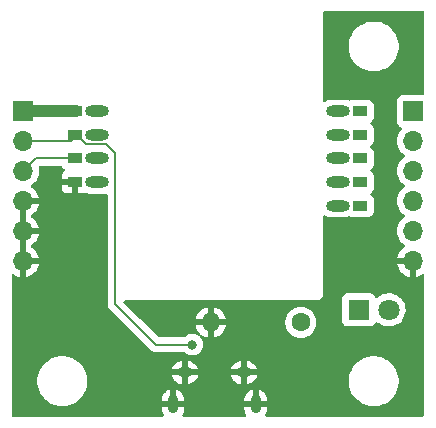
<source format=gbr>
%TF.GenerationSoftware,KiCad,Pcbnew,(6.0.2-0)*%
%TF.CreationDate,2022-05-31T21:56:41-04:00*%
%TF.ProjectId,hitclips_2040_programmer,68697463-6c69-4707-935f-323034305f70,rev?*%
%TF.SameCoordinates,Original*%
%TF.FileFunction,Copper,L2,Bot*%
%TF.FilePolarity,Positive*%
%FSLAX46Y46*%
G04 Gerber Fmt 4.6, Leading zero omitted, Abs format (unit mm)*
G04 Created by KiCad (PCBNEW (6.0.2-0)) date 2022-05-31 21:56:41*
%MOMM*%
%LPD*%
G01*
G04 APERTURE LIST*
%TA.AperFunction,ComponentPad*%
%ADD10O,2.000000X0.950000*%
%TD*%
%TA.AperFunction,ComponentPad*%
%ADD11R,1.300000X0.900000*%
%TD*%
%TA.AperFunction,ComponentPad*%
%ADD12R,1.700000X1.700000*%
%TD*%
%TA.AperFunction,ComponentPad*%
%ADD13O,1.700000X1.700000*%
%TD*%
%TA.AperFunction,ComponentPad*%
%ADD14C,1.600000*%
%TD*%
%TA.AperFunction,ComponentPad*%
%ADD15O,1.600000X1.600000*%
%TD*%
%TA.AperFunction,ComponentPad*%
%ADD16C,1.800000*%
%TD*%
%TA.AperFunction,ComponentPad*%
%ADD17R,1.800000X1.800000*%
%TD*%
%TA.AperFunction,ComponentPad*%
%ADD18O,1.250000X0.950000*%
%TD*%
%TA.AperFunction,ComponentPad*%
%ADD19O,0.890000X1.550000*%
%TD*%
%TA.AperFunction,ViaPad*%
%ADD20C,0.800000*%
%TD*%
%TA.AperFunction,Conductor*%
%ADD21C,1.000000*%
%TD*%
%TA.AperFunction,Conductor*%
%ADD22C,0.200000*%
%TD*%
G04 APERTURE END LIST*
D10*
%TO.P,J3,*%
%TO.N,*%
X166699600Y-70002400D03*
X166699600Y-74002400D03*
X166699600Y-72002400D03*
X166699600Y-76002400D03*
X166699600Y-78002400D03*
D11*
%TO.P,J3,1,Pin_1*%
%TO.N,BOOTSEL*%
X168549600Y-70002400D03*
%TO.P,J3,2,Pin_2*%
%TO.N,PLY_TGL*%
X168549600Y-72002400D03*
%TO.P,J3,3,Pin_3*%
%TO.N,AUD+*%
X168549600Y-74002400D03*
%TO.P,J3,4,Pin_4*%
%TO.N,AUD-*%
X168549600Y-76002400D03*
%TO.P,J3,5,Pin_5*%
%TO.N,DBG*%
X168549600Y-78002400D03*
%TD*%
D10*
%TO.P,J1,*%
%TO.N,*%
X146292000Y-74002400D03*
X146292000Y-76002400D03*
X146292000Y-72002400D03*
X146292000Y-70002400D03*
D11*
%TO.P,J1,1,Pin_1*%
%TO.N,VBUS*%
X144442000Y-70002400D03*
%TO.P,J1,2,Pin_2*%
%TO.N,USB-*%
X144442000Y-72002400D03*
%TO.P,J1,3,Pin_3*%
%TO.N,USB+*%
X144442000Y-74002400D03*
%TO.P,J1,4,Pin_4*%
%TO.N,GND*%
X144442000Y-76002400D03*
%TD*%
D12*
%TO.P,J5,1,Pin_1*%
%TO.N,BOOTSEL*%
X173020000Y-70000000D03*
D13*
%TO.P,J5,2,Pin_2*%
%TO.N,PLY_TGL*%
X173020000Y-72540000D03*
%TO.P,J5,3,Pin_3*%
%TO.N,AUD+*%
X173020000Y-75080000D03*
%TO.P,J5,4,Pin_4*%
%TO.N,AUD-*%
X173020000Y-77620000D03*
%TO.P,J5,5,Pin_5*%
%TO.N,DBG*%
X173020000Y-80160000D03*
%TO.P,J5,6,Pin_6*%
%TO.N,GND*%
X173020000Y-82700000D03*
%TD*%
D14*
%TO.P,R1,1*%
%TO.N,Net-(D1-Pad1)*%
X163525200Y-87884000D03*
D15*
%TO.P,R1,2*%
%TO.N,GND*%
X155905200Y-87884000D03*
%TD*%
D12*
%TO.P,J4,1,Pin_1*%
%TO.N,VBUS*%
X140000000Y-70000000D03*
D13*
%TO.P,J4,2,Pin_2*%
%TO.N,USB-*%
X140000000Y-72540000D03*
%TO.P,J4,3,Pin_3*%
%TO.N,USB+*%
X140000000Y-75080000D03*
%TO.P,J4,4,Pin_4*%
%TO.N,GND*%
X140000000Y-77620000D03*
%TO.P,J4,5,Pin_5*%
X140000000Y-80160000D03*
%TO.P,J4,6,Pin_6*%
X140000000Y-82700000D03*
%TD*%
D16*
%TO.P,D1,2,A*%
%TO.N,DBG*%
X170987800Y-86817200D03*
D17*
%TO.P,D1,1,K*%
%TO.N,Net-(D1-Pad1)*%
X168447800Y-86817200D03*
%TD*%
D18*
%TO.P,J2,6,Shield*%
%TO.N,GND*%
X158710000Y-92122800D03*
D19*
X159710000Y-94822800D03*
D18*
X153710000Y-92122800D03*
D19*
X152710000Y-94822800D03*
%TD*%
D20*
%TO.N,USB-*%
X154330400Y-89763600D03*
%TD*%
D21*
%TO.N,VBUS*%
X140000000Y-70000000D02*
X144475680Y-70000000D01*
X144475680Y-70000000D02*
X144478080Y-70002400D01*
D22*
%TO.N,USB-*%
X145331784Y-72776920D02*
X147023416Y-72776920D01*
X144878080Y-72323216D02*
X145331784Y-72776920D01*
X147777200Y-73530704D02*
X147777200Y-86309200D01*
X151231600Y-89763600D02*
X154330400Y-89763600D01*
X147023416Y-72776920D02*
X147777200Y-73530704D01*
X140000000Y-72540000D02*
X144090000Y-72540000D01*
X144878080Y-72182544D02*
X144878080Y-72323216D01*
X147777200Y-86309200D02*
X151231600Y-89763600D01*
X144627600Y-71932064D02*
X144878080Y-72182544D01*
X144090000Y-72540000D02*
X144627600Y-72002400D01*
%TO.N,USB+*%
X141077600Y-74002400D02*
X144627600Y-74002400D01*
X140000000Y-75080000D02*
X141077600Y-74002400D01*
%TD*%
%TA.AperFunction,Conductor*%
%TO.N,GND*%
G36*
X173932121Y-61538802D02*
G01*
X173978614Y-61592458D01*
X173990000Y-61644800D01*
X173990000Y-68515500D01*
X173969998Y-68583621D01*
X173916342Y-68630114D01*
X173864000Y-68641500D01*
X172121866Y-68641500D01*
X172059684Y-68648255D01*
X171923295Y-68699385D01*
X171806739Y-68786739D01*
X171719385Y-68903295D01*
X171668255Y-69039684D01*
X171661500Y-69101866D01*
X171661500Y-70898134D01*
X171668255Y-70960316D01*
X171719385Y-71096705D01*
X171806739Y-71213261D01*
X171923295Y-71300615D01*
X171931704Y-71303767D01*
X171931705Y-71303768D01*
X172040451Y-71344535D01*
X172097216Y-71387176D01*
X172121916Y-71453738D01*
X172106709Y-71523087D01*
X172087316Y-71549568D01*
X171960629Y-71682138D01*
X171834743Y-71866680D01*
X171740688Y-72069305D01*
X171680989Y-72284570D01*
X171657251Y-72506695D01*
X171657548Y-72511848D01*
X171657548Y-72511851D01*
X171663771Y-72619779D01*
X171670110Y-72729715D01*
X171671247Y-72734761D01*
X171671248Y-72734767D01*
X171674849Y-72750744D01*
X171719222Y-72947639D01*
X171739864Y-72998474D01*
X171801295Y-73149761D01*
X171803266Y-73154616D01*
X171919987Y-73345088D01*
X172066250Y-73513938D01*
X172147235Y-73581173D01*
X172232970Y-73652351D01*
X172238126Y-73656632D01*
X172249171Y-73663086D01*
X172311445Y-73699476D01*
X172360169Y-73751114D01*
X172373240Y-73820897D01*
X172346509Y-73886669D01*
X172306055Y-73920027D01*
X172300425Y-73922958D01*
X172293607Y-73926507D01*
X172289474Y-73929610D01*
X172289471Y-73929612D01*
X172119100Y-74057530D01*
X172114965Y-74060635D01*
X171960629Y-74222138D01*
X171834743Y-74406680D01*
X171740688Y-74609305D01*
X171680989Y-74824570D01*
X171657251Y-75046695D01*
X171657548Y-75051848D01*
X171657548Y-75051851D01*
X171663202Y-75149908D01*
X171670110Y-75269715D01*
X171671247Y-75274761D01*
X171671248Y-75274767D01*
X171680113Y-75314103D01*
X171719222Y-75487639D01*
X171803266Y-75694616D01*
X171919987Y-75885088D01*
X172066250Y-76053938D01*
X172142846Y-76117529D01*
X172232970Y-76192351D01*
X172238126Y-76196632D01*
X172249171Y-76203086D01*
X172311445Y-76239476D01*
X172360169Y-76291114D01*
X172373240Y-76360897D01*
X172346509Y-76426669D01*
X172306055Y-76460027D01*
X172300425Y-76462958D01*
X172293607Y-76466507D01*
X172289474Y-76469610D01*
X172289471Y-76469612D01*
X172119100Y-76597530D01*
X172114965Y-76600635D01*
X171960629Y-76762138D01*
X171834743Y-76946680D01*
X171740688Y-77149305D01*
X171680989Y-77364570D01*
X171657251Y-77586695D01*
X171670110Y-77809715D01*
X171671247Y-77814761D01*
X171671248Y-77814767D01*
X171684597Y-77874000D01*
X171719222Y-78027639D01*
X171803266Y-78234616D01*
X171919987Y-78425088D01*
X172066250Y-78593938D01*
X172201580Y-78706291D01*
X172232970Y-78732351D01*
X172238126Y-78736632D01*
X172262276Y-78750744D01*
X172311445Y-78779476D01*
X172360169Y-78831114D01*
X172373240Y-78900897D01*
X172346509Y-78966669D01*
X172306055Y-79000027D01*
X172300425Y-79002958D01*
X172293607Y-79006507D01*
X172289474Y-79009610D01*
X172289471Y-79009612D01*
X172119100Y-79137530D01*
X172114965Y-79140635D01*
X171960629Y-79302138D01*
X171834743Y-79486680D01*
X171740688Y-79689305D01*
X171680989Y-79904570D01*
X171657251Y-80126695D01*
X171670110Y-80349715D01*
X171671247Y-80354761D01*
X171671248Y-80354767D01*
X171684597Y-80414000D01*
X171719222Y-80567639D01*
X171803266Y-80774616D01*
X171919987Y-80965088D01*
X172066250Y-81133938D01*
X172142376Y-81197139D01*
X172232970Y-81272351D01*
X172238126Y-81276632D01*
X172311488Y-81319501D01*
X172311955Y-81319774D01*
X172360679Y-81371412D01*
X172373750Y-81441195D01*
X172347019Y-81506967D01*
X172306562Y-81540327D01*
X172298457Y-81544546D01*
X172289738Y-81550036D01*
X172119433Y-81677905D01*
X172111726Y-81684748D01*
X171964590Y-81838717D01*
X171958104Y-81846727D01*
X171838098Y-82022649D01*
X171833000Y-82031623D01*
X171743338Y-82224783D01*
X171739775Y-82234470D01*
X171684389Y-82434183D01*
X171685912Y-82442607D01*
X171698292Y-82446000D01*
X173148000Y-82446000D01*
X173216121Y-82466002D01*
X173262614Y-82519658D01*
X173274000Y-82572000D01*
X173274000Y-84018517D01*
X173278064Y-84032359D01*
X173291478Y-84034393D01*
X173298184Y-84033534D01*
X173308262Y-84031392D01*
X173512255Y-83970191D01*
X173521842Y-83966433D01*
X173713095Y-83872739D01*
X173721945Y-83867464D01*
X173790832Y-83818327D01*
X173857905Y-83795054D01*
X173926914Y-83811737D01*
X173975948Y-83863081D01*
X173990000Y-83920906D01*
X173990000Y-95733600D01*
X173969998Y-95801721D01*
X173916342Y-95848214D01*
X173864000Y-95859600D01*
X160620549Y-95859600D01*
X160552428Y-95839598D01*
X160505935Y-95785942D01*
X160495831Y-95715668D01*
X160517336Y-95661330D01*
X160542520Y-95625363D01*
X160548720Y-95614269D01*
X160620540Y-95448305D01*
X160624382Y-95436193D01*
X160661677Y-95257666D01*
X160662915Y-95248134D01*
X160663000Y-95244911D01*
X160663000Y-95094915D01*
X160658525Y-95079676D01*
X160657135Y-95078471D01*
X160649452Y-95076800D01*
X158775115Y-95076800D01*
X158759876Y-95081275D01*
X158758671Y-95082665D01*
X158757000Y-95090348D01*
X158757000Y-95197992D01*
X158757323Y-95204367D01*
X158771005Y-95339067D01*
X158773559Y-95351507D01*
X158827635Y-95524064D01*
X158832644Y-95535752D01*
X158908453Y-95672514D01*
X158923985Y-95741791D01*
X158899597Y-95808467D01*
X158843032Y-95851374D01*
X158798251Y-95859600D01*
X153620549Y-95859600D01*
X153552428Y-95839598D01*
X153505935Y-95785942D01*
X153495831Y-95715668D01*
X153517336Y-95661330D01*
X153542520Y-95625363D01*
X153548720Y-95614269D01*
X153620540Y-95448305D01*
X153624382Y-95436193D01*
X153661677Y-95257666D01*
X153662915Y-95248134D01*
X153663000Y-95244911D01*
X153663000Y-95094915D01*
X153658525Y-95079676D01*
X153657135Y-95078471D01*
X153649452Y-95076800D01*
X151775115Y-95076800D01*
X151759876Y-95081275D01*
X151758671Y-95082665D01*
X151757000Y-95090348D01*
X151757000Y-95197992D01*
X151757323Y-95204367D01*
X151771005Y-95339067D01*
X151773559Y-95351507D01*
X151827635Y-95524064D01*
X151832644Y-95535752D01*
X151908453Y-95672514D01*
X151923985Y-95741791D01*
X151899597Y-95808467D01*
X151843032Y-95851374D01*
X151798251Y-95859600D01*
X139165600Y-95859600D01*
X139097479Y-95839598D01*
X139050986Y-95785942D01*
X139039600Y-95733600D01*
X139039600Y-92995103D01*
X141222943Y-92995103D01*
X141223502Y-92999347D01*
X141223502Y-92999351D01*
X141234408Y-93082190D01*
X141260468Y-93280134D01*
X141336329Y-93557436D01*
X141338013Y-93561384D01*
X141437740Y-93795188D01*
X141449123Y-93821876D01*
X141523673Y-93946440D01*
X141526815Y-93951689D01*
X141596761Y-94068561D01*
X141776513Y-94292928D01*
X141985051Y-94490823D01*
X142218517Y-94658586D01*
X142222312Y-94660595D01*
X142222313Y-94660596D01*
X142244069Y-94672115D01*
X142472592Y-94793112D01*
X142742573Y-94891911D01*
X143023464Y-94953155D01*
X143052041Y-94955404D01*
X143246482Y-94970707D01*
X143246491Y-94970707D01*
X143248939Y-94970900D01*
X143404471Y-94970900D01*
X143406607Y-94970754D01*
X143406618Y-94970754D01*
X143614748Y-94956565D01*
X143614754Y-94956564D01*
X143619025Y-94956273D01*
X143623220Y-94955404D01*
X143623222Y-94955404D01*
X143759783Y-94927124D01*
X143900542Y-94897974D01*
X144171543Y-94802007D01*
X144427012Y-94670150D01*
X144430513Y-94667689D01*
X144430517Y-94667687D01*
X144544617Y-94587496D01*
X144596994Y-94550685D01*
X151757000Y-94550685D01*
X151761475Y-94565924D01*
X151762865Y-94567129D01*
X151770548Y-94568800D01*
X152437885Y-94568800D01*
X152453124Y-94564325D01*
X152454329Y-94562935D01*
X152456000Y-94555252D01*
X152456000Y-94550685D01*
X152964000Y-94550685D01*
X152968475Y-94565924D01*
X152969865Y-94567129D01*
X152977548Y-94568800D01*
X153644885Y-94568800D01*
X153660124Y-94564325D01*
X153661329Y-94562935D01*
X153663000Y-94555252D01*
X153663000Y-94550685D01*
X158757000Y-94550685D01*
X158761475Y-94565924D01*
X158762865Y-94567129D01*
X158770548Y-94568800D01*
X159437885Y-94568800D01*
X159453124Y-94564325D01*
X159454329Y-94562935D01*
X159456000Y-94555252D01*
X159456000Y-94550685D01*
X159964000Y-94550685D01*
X159968475Y-94565924D01*
X159969865Y-94567129D01*
X159977548Y-94568800D01*
X160644885Y-94568800D01*
X160660124Y-94564325D01*
X160661329Y-94562935D01*
X160663000Y-94555252D01*
X160663000Y-94447608D01*
X160662677Y-94441233D01*
X160648995Y-94306533D01*
X160646441Y-94294093D01*
X160592365Y-94121536D01*
X160587356Y-94109848D01*
X160499686Y-93951689D01*
X160492435Y-93941256D01*
X160374756Y-93803957D01*
X160365547Y-93795188D01*
X160222667Y-93684358D01*
X160211887Y-93677622D01*
X160049626Y-93597781D01*
X160037727Y-93593355D01*
X159981531Y-93578718D01*
X159967436Y-93579152D01*
X159964000Y-93587333D01*
X159964000Y-94550685D01*
X159456000Y-94550685D01*
X159456000Y-93588899D01*
X159452027Y-93575368D01*
X159445925Y-93574491D01*
X159296064Y-93629630D01*
X159284658Y-93635192D01*
X159130956Y-93730491D01*
X159120895Y-93738240D01*
X158989504Y-93862490D01*
X158981201Y-93872110D01*
X158877477Y-94020243D01*
X158871280Y-94031331D01*
X158799460Y-94197295D01*
X158795618Y-94209407D01*
X158758323Y-94387934D01*
X158757085Y-94397466D01*
X158757000Y-94400689D01*
X158757000Y-94550685D01*
X153663000Y-94550685D01*
X153663000Y-94447608D01*
X153662677Y-94441233D01*
X153648995Y-94306533D01*
X153646441Y-94294093D01*
X153592365Y-94121536D01*
X153587356Y-94109848D01*
X153499686Y-93951689D01*
X153492435Y-93941256D01*
X153374756Y-93803957D01*
X153365547Y-93795188D01*
X153222667Y-93684358D01*
X153211887Y-93677622D01*
X153049626Y-93597781D01*
X153037727Y-93593355D01*
X152981531Y-93578718D01*
X152967436Y-93579152D01*
X152964000Y-93587333D01*
X152964000Y-94550685D01*
X152456000Y-94550685D01*
X152456000Y-93588899D01*
X152452027Y-93575368D01*
X152445925Y-93574491D01*
X152296064Y-93629630D01*
X152284658Y-93635192D01*
X152130956Y-93730491D01*
X152120895Y-93738240D01*
X151989504Y-93862490D01*
X151981201Y-93872110D01*
X151877477Y-94020243D01*
X151871280Y-94031331D01*
X151799460Y-94197295D01*
X151795618Y-94209407D01*
X151758323Y-94387934D01*
X151757085Y-94397466D01*
X151757000Y-94400689D01*
X151757000Y-94550685D01*
X144596994Y-94550685D01*
X144662223Y-94504841D01*
X144872822Y-94309140D01*
X145054913Y-94086668D01*
X145205127Y-93841542D01*
X145316030Y-93588899D01*
X145318957Y-93582230D01*
X145320683Y-93578298D01*
X145399444Y-93301806D01*
X145439951Y-93017184D01*
X145440045Y-92999351D01*
X145441435Y-92733983D01*
X145441435Y-92733976D01*
X145441457Y-92729697D01*
X145403932Y-92444666D01*
X145388122Y-92386875D01*
X152609725Y-92386875D01*
X152669723Y-92549945D01*
X152675297Y-92561373D01*
X152773799Y-92720240D01*
X152781549Y-92730304D01*
X152909986Y-92866122D01*
X152919606Y-92874425D01*
X153072731Y-92981645D01*
X153083820Y-92987842D01*
X153255382Y-93062084D01*
X153267485Y-93065923D01*
X153438264Y-93101601D01*
X153452325Y-93100478D01*
X153456000Y-93090371D01*
X153456000Y-93082190D01*
X153964000Y-93082190D01*
X153968216Y-93096550D01*
X153980695Y-93098609D01*
X154052331Y-93091333D01*
X154064770Y-93088779D01*
X154243143Y-93032880D01*
X154254831Y-93027871D01*
X154418320Y-92937247D01*
X154428753Y-92929996D01*
X154570688Y-92808344D01*
X154579441Y-92799153D01*
X154694021Y-92651436D01*
X154700745Y-92640676D01*
X154783281Y-92472940D01*
X154787709Y-92461033D01*
X154805083Y-92394331D01*
X154804853Y-92386875D01*
X157609725Y-92386875D01*
X157669723Y-92549945D01*
X157675297Y-92561373D01*
X157773799Y-92720240D01*
X157781549Y-92730304D01*
X157909986Y-92866122D01*
X157919606Y-92874425D01*
X158072731Y-92981645D01*
X158083820Y-92987842D01*
X158255382Y-93062084D01*
X158267485Y-93065923D01*
X158438264Y-93101601D01*
X158452325Y-93100478D01*
X158456000Y-93090371D01*
X158456000Y-93082190D01*
X158964000Y-93082190D01*
X158968216Y-93096550D01*
X158980695Y-93098609D01*
X159052331Y-93091333D01*
X159064770Y-93088779D01*
X159243143Y-93032880D01*
X159254831Y-93027871D01*
X159313946Y-92995103D01*
X167588143Y-92995103D01*
X167588702Y-92999347D01*
X167588702Y-92999351D01*
X167599608Y-93082190D01*
X167625668Y-93280134D01*
X167701529Y-93557436D01*
X167703213Y-93561384D01*
X167802940Y-93795188D01*
X167814323Y-93821876D01*
X167888873Y-93946440D01*
X167892015Y-93951689D01*
X167961961Y-94068561D01*
X168141713Y-94292928D01*
X168350251Y-94490823D01*
X168583717Y-94658586D01*
X168587512Y-94660595D01*
X168587513Y-94660596D01*
X168609269Y-94672115D01*
X168837792Y-94793112D01*
X169107773Y-94891911D01*
X169388664Y-94953155D01*
X169417241Y-94955404D01*
X169611682Y-94970707D01*
X169611691Y-94970707D01*
X169614139Y-94970900D01*
X169769671Y-94970900D01*
X169771807Y-94970754D01*
X169771818Y-94970754D01*
X169979948Y-94956565D01*
X169979954Y-94956564D01*
X169984225Y-94956273D01*
X169988420Y-94955404D01*
X169988422Y-94955404D01*
X170124983Y-94927124D01*
X170265742Y-94897974D01*
X170536743Y-94802007D01*
X170792212Y-94670150D01*
X170795713Y-94667689D01*
X170795717Y-94667687D01*
X170909817Y-94587496D01*
X171027423Y-94504841D01*
X171238022Y-94309140D01*
X171420113Y-94086668D01*
X171570327Y-93841542D01*
X171681230Y-93588899D01*
X171684157Y-93582230D01*
X171685883Y-93578298D01*
X171764644Y-93301806D01*
X171805151Y-93017184D01*
X171805245Y-92999351D01*
X171806635Y-92733983D01*
X171806635Y-92733976D01*
X171806657Y-92729697D01*
X171769132Y-92444666D01*
X171693271Y-92167364D01*
X171580477Y-91902924D01*
X171456429Y-91695655D01*
X171435043Y-91659921D01*
X171435040Y-91659917D01*
X171432839Y-91656239D01*
X171253087Y-91431872D01*
X171044549Y-91233977D01*
X170811083Y-91066214D01*
X170789243Y-91054650D01*
X170766054Y-91042372D01*
X170557008Y-90931688D01*
X170287027Y-90832889D01*
X170006136Y-90771645D01*
X169975085Y-90769201D01*
X169783118Y-90754093D01*
X169783109Y-90754093D01*
X169780661Y-90753900D01*
X169625129Y-90753900D01*
X169622993Y-90754046D01*
X169622982Y-90754046D01*
X169414852Y-90768235D01*
X169414846Y-90768236D01*
X169410575Y-90768527D01*
X169406380Y-90769396D01*
X169406378Y-90769396D01*
X169269816Y-90797677D01*
X169129058Y-90826826D01*
X168858057Y-90922793D01*
X168602588Y-91054650D01*
X168599087Y-91057111D01*
X168599083Y-91057113D01*
X168588994Y-91064204D01*
X168367377Y-91219959D01*
X168156778Y-91415660D01*
X167974687Y-91638132D01*
X167972448Y-91641786D01*
X167835439Y-91865364D01*
X167824473Y-91883258D01*
X167708917Y-92146502D01*
X167630156Y-92422994D01*
X167589649Y-92707616D01*
X167589627Y-92711905D01*
X167589626Y-92711912D01*
X167588775Y-92874425D01*
X167588143Y-92995103D01*
X159313946Y-92995103D01*
X159418320Y-92937247D01*
X159428753Y-92929996D01*
X159570688Y-92808344D01*
X159579441Y-92799153D01*
X159694021Y-92651436D01*
X159700745Y-92640676D01*
X159783281Y-92472940D01*
X159787709Y-92461033D01*
X159805083Y-92394331D01*
X159804649Y-92380236D01*
X159796468Y-92376800D01*
X158982115Y-92376800D01*
X158966876Y-92381275D01*
X158965671Y-92382665D01*
X158964000Y-92390348D01*
X158964000Y-93082190D01*
X158456000Y-93082190D01*
X158456000Y-92394915D01*
X158451525Y-92379676D01*
X158450135Y-92378471D01*
X158442452Y-92376800D01*
X157624133Y-92376800D01*
X157610602Y-92380773D01*
X157609725Y-92386875D01*
X154804853Y-92386875D01*
X154804649Y-92380236D01*
X154796468Y-92376800D01*
X153982115Y-92376800D01*
X153966876Y-92381275D01*
X153965671Y-92382665D01*
X153964000Y-92390348D01*
X153964000Y-93082190D01*
X153456000Y-93082190D01*
X153456000Y-92394915D01*
X153451525Y-92379676D01*
X153450135Y-92378471D01*
X153442452Y-92376800D01*
X152624133Y-92376800D01*
X152610602Y-92380773D01*
X152609725Y-92386875D01*
X145388122Y-92386875D01*
X145328071Y-92167364D01*
X145215277Y-91902924D01*
X145184362Y-91851269D01*
X152614917Y-91851269D01*
X152615351Y-91865364D01*
X152623532Y-91868800D01*
X153437885Y-91868800D01*
X153453124Y-91864325D01*
X153454329Y-91862935D01*
X153456000Y-91855252D01*
X153456000Y-91850685D01*
X153964000Y-91850685D01*
X153968475Y-91865924D01*
X153969865Y-91867129D01*
X153977548Y-91868800D01*
X154795867Y-91868800D01*
X154809398Y-91864827D01*
X154810275Y-91858725D01*
X154807532Y-91851269D01*
X157614917Y-91851269D01*
X157615351Y-91865364D01*
X157623532Y-91868800D01*
X158437885Y-91868800D01*
X158453124Y-91864325D01*
X158454329Y-91862935D01*
X158456000Y-91855252D01*
X158456000Y-91850685D01*
X158964000Y-91850685D01*
X158968475Y-91865924D01*
X158969865Y-91867129D01*
X158977548Y-91868800D01*
X159795867Y-91868800D01*
X159809398Y-91864827D01*
X159810275Y-91858725D01*
X159750277Y-91695655D01*
X159744703Y-91684227D01*
X159646201Y-91525360D01*
X159638451Y-91515296D01*
X159510014Y-91379478D01*
X159500394Y-91371175D01*
X159347269Y-91263955D01*
X159336180Y-91257758D01*
X159164618Y-91183516D01*
X159152515Y-91179677D01*
X158981736Y-91143999D01*
X158967675Y-91145122D01*
X158964000Y-91155229D01*
X158964000Y-91850685D01*
X158456000Y-91850685D01*
X158456000Y-91163410D01*
X158451784Y-91149050D01*
X158439305Y-91146991D01*
X158367669Y-91154267D01*
X158355230Y-91156821D01*
X158176857Y-91212720D01*
X158165169Y-91217729D01*
X158001680Y-91308353D01*
X157991247Y-91315604D01*
X157849312Y-91437256D01*
X157840559Y-91446447D01*
X157725979Y-91594164D01*
X157719255Y-91604924D01*
X157636719Y-91772660D01*
X157632291Y-91784567D01*
X157614917Y-91851269D01*
X154807532Y-91851269D01*
X154750277Y-91695655D01*
X154744703Y-91684227D01*
X154646201Y-91525360D01*
X154638451Y-91515296D01*
X154510014Y-91379478D01*
X154500394Y-91371175D01*
X154347269Y-91263955D01*
X154336180Y-91257758D01*
X154164618Y-91183516D01*
X154152515Y-91179677D01*
X153981736Y-91143999D01*
X153967675Y-91145122D01*
X153964000Y-91155229D01*
X153964000Y-91850685D01*
X153456000Y-91850685D01*
X153456000Y-91163410D01*
X153451784Y-91149050D01*
X153439305Y-91146991D01*
X153367669Y-91154267D01*
X153355230Y-91156821D01*
X153176857Y-91212720D01*
X153165169Y-91217729D01*
X153001680Y-91308353D01*
X152991247Y-91315604D01*
X152849312Y-91437256D01*
X152840559Y-91446447D01*
X152725979Y-91594164D01*
X152719255Y-91604924D01*
X152636719Y-91772660D01*
X152632291Y-91784567D01*
X152614917Y-91851269D01*
X145184362Y-91851269D01*
X145091229Y-91695655D01*
X145069843Y-91659921D01*
X145069840Y-91659917D01*
X145067639Y-91656239D01*
X144887887Y-91431872D01*
X144679349Y-91233977D01*
X144445883Y-91066214D01*
X144424043Y-91054650D01*
X144400854Y-91042372D01*
X144191808Y-90931688D01*
X143921827Y-90832889D01*
X143640936Y-90771645D01*
X143609885Y-90769201D01*
X143417918Y-90754093D01*
X143417909Y-90754093D01*
X143415461Y-90753900D01*
X143259929Y-90753900D01*
X143257793Y-90754046D01*
X143257782Y-90754046D01*
X143049652Y-90768235D01*
X143049646Y-90768236D01*
X143045375Y-90768527D01*
X143041180Y-90769396D01*
X143041178Y-90769396D01*
X142904616Y-90797677D01*
X142763858Y-90826826D01*
X142492857Y-90922793D01*
X142237388Y-91054650D01*
X142233887Y-91057111D01*
X142233883Y-91057113D01*
X142223794Y-91064204D01*
X142002177Y-91219959D01*
X141791578Y-91415660D01*
X141609487Y-91638132D01*
X141607248Y-91641786D01*
X141470239Y-91865364D01*
X141459273Y-91883258D01*
X141343717Y-92146502D01*
X141264956Y-92422994D01*
X141224449Y-92707616D01*
X141224427Y-92711905D01*
X141224426Y-92711912D01*
X141223575Y-92874425D01*
X141222943Y-92995103D01*
X139039600Y-92995103D01*
X139039600Y-83931294D01*
X139059602Y-83863173D01*
X139113258Y-83816680D01*
X139183532Y-83806576D01*
X139229171Y-83822506D01*
X139406761Y-83926282D01*
X139416042Y-83930729D01*
X139615001Y-84006703D01*
X139624899Y-84009579D01*
X139728250Y-84030606D01*
X139742299Y-84029410D01*
X139746000Y-84019065D01*
X139746000Y-84018517D01*
X140254000Y-84018517D01*
X140258064Y-84032359D01*
X140271478Y-84034393D01*
X140278184Y-84033534D01*
X140288262Y-84031392D01*
X140492255Y-83970191D01*
X140501842Y-83966433D01*
X140693095Y-83872739D01*
X140701945Y-83867464D01*
X140875328Y-83743792D01*
X140883200Y-83737139D01*
X141034052Y-83586812D01*
X141040730Y-83578965D01*
X141165003Y-83406020D01*
X141170313Y-83397183D01*
X141264670Y-83206267D01*
X141268469Y-83196672D01*
X141330377Y-82992910D01*
X141332555Y-82982837D01*
X141333986Y-82971962D01*
X141331775Y-82957778D01*
X141318617Y-82954000D01*
X140272115Y-82954000D01*
X140256876Y-82958475D01*
X140255671Y-82959865D01*
X140254000Y-82967548D01*
X140254000Y-84018517D01*
X139746000Y-84018517D01*
X139746000Y-82427885D01*
X140254000Y-82427885D01*
X140258475Y-82443124D01*
X140259865Y-82444329D01*
X140267548Y-82446000D01*
X141318344Y-82446000D01*
X141331875Y-82442027D01*
X141333180Y-82432947D01*
X141291214Y-82265875D01*
X141287894Y-82256124D01*
X141202972Y-82060814D01*
X141198105Y-82051739D01*
X141082426Y-81872926D01*
X141076136Y-81864757D01*
X140932806Y-81707240D01*
X140925273Y-81700215D01*
X140758139Y-81568222D01*
X140749552Y-81562517D01*
X140712116Y-81541851D01*
X140662146Y-81491419D01*
X140647374Y-81421976D01*
X140672490Y-81355571D01*
X140699842Y-81328964D01*
X140875327Y-81203792D01*
X140883200Y-81197139D01*
X141034052Y-81046812D01*
X141040730Y-81038965D01*
X141165003Y-80866020D01*
X141170313Y-80857183D01*
X141264670Y-80666267D01*
X141268469Y-80656672D01*
X141330377Y-80452910D01*
X141332555Y-80442837D01*
X141333986Y-80431962D01*
X141331775Y-80417778D01*
X141318617Y-80414000D01*
X140272115Y-80414000D01*
X140256876Y-80418475D01*
X140255671Y-80419865D01*
X140254000Y-80427548D01*
X140254000Y-82427885D01*
X139746000Y-82427885D01*
X139746000Y-79887885D01*
X140254000Y-79887885D01*
X140258475Y-79903124D01*
X140259865Y-79904329D01*
X140267548Y-79906000D01*
X141318344Y-79906000D01*
X141331875Y-79902027D01*
X141333180Y-79892947D01*
X141291214Y-79725875D01*
X141287894Y-79716124D01*
X141202972Y-79520814D01*
X141198105Y-79511739D01*
X141082426Y-79332926D01*
X141076136Y-79324757D01*
X140932806Y-79167240D01*
X140925273Y-79160215D01*
X140758139Y-79028222D01*
X140749552Y-79022517D01*
X140712116Y-79001851D01*
X140662146Y-78951419D01*
X140647374Y-78881976D01*
X140672490Y-78815571D01*
X140699842Y-78788964D01*
X140875327Y-78663792D01*
X140883200Y-78657139D01*
X141034052Y-78506812D01*
X141040730Y-78498965D01*
X141165003Y-78326020D01*
X141170313Y-78317183D01*
X141264670Y-78126267D01*
X141268469Y-78116672D01*
X141330377Y-77912910D01*
X141332555Y-77902837D01*
X141333986Y-77891962D01*
X141331775Y-77877778D01*
X141318617Y-77874000D01*
X140272115Y-77874000D01*
X140256876Y-77878475D01*
X140255671Y-77879865D01*
X140254000Y-77887548D01*
X140254000Y-79887885D01*
X139746000Y-79887885D01*
X139746000Y-77492000D01*
X139766002Y-77423879D01*
X139819658Y-77377386D01*
X139872000Y-77366000D01*
X141318344Y-77366000D01*
X141331875Y-77362027D01*
X141333180Y-77352947D01*
X141291214Y-77185875D01*
X141287894Y-77176124D01*
X141202972Y-76980814D01*
X141198105Y-76971739D01*
X141082426Y-76792926D01*
X141076136Y-76784757D01*
X140932806Y-76627240D01*
X140925273Y-76620215D01*
X140769341Y-76497069D01*
X143284001Y-76497069D01*
X143284371Y-76503890D01*
X143289895Y-76554752D01*
X143293521Y-76570004D01*
X143338676Y-76690454D01*
X143347214Y-76706049D01*
X143423715Y-76808124D01*
X143436276Y-76820685D01*
X143538351Y-76897186D01*
X143553946Y-76905724D01*
X143674394Y-76950878D01*
X143689649Y-76954505D01*
X143740514Y-76960031D01*
X143747328Y-76960400D01*
X144169885Y-76960400D01*
X144185124Y-76955925D01*
X144186329Y-76954535D01*
X144188000Y-76946852D01*
X144188000Y-76274515D01*
X144183525Y-76259276D01*
X144182135Y-76258071D01*
X144174452Y-76256400D01*
X143302116Y-76256400D01*
X143286877Y-76260875D01*
X143285672Y-76262265D01*
X143284001Y-76269948D01*
X143284001Y-76497069D01*
X140769341Y-76497069D01*
X140758139Y-76488222D01*
X140749556Y-76482520D01*
X140712602Y-76462120D01*
X140662631Y-76411687D01*
X140647859Y-76342245D01*
X140672975Y-76275839D01*
X140700327Y-76249232D01*
X140723797Y-76232491D01*
X140879860Y-76121173D01*
X141038096Y-75963489D01*
X141097594Y-75880689D01*
X141165435Y-75786277D01*
X141168453Y-75782077D01*
X141267430Y-75581811D01*
X141299900Y-75474940D01*
X141330865Y-75373023D01*
X141330865Y-75373021D01*
X141332370Y-75368069D01*
X141361529Y-75146590D01*
X141361611Y-75143240D01*
X141363074Y-75083365D01*
X141363074Y-75083361D01*
X141363156Y-75080000D01*
X141344852Y-74857361D01*
X141322304Y-74767595D01*
X141325108Y-74696655D01*
X141365820Y-74638491D01*
X141431516Y-74611572D01*
X141444508Y-74610900D01*
X143220991Y-74610900D01*
X143289112Y-74630902D01*
X143335605Y-74684558D01*
X143337903Y-74690094D01*
X143338232Y-74690696D01*
X143341385Y-74699105D01*
X143428739Y-74815661D01*
X143498416Y-74867881D01*
X143543790Y-74901887D01*
X143586304Y-74958747D01*
X143591329Y-75029565D01*
X143557270Y-75091858D01*
X143543789Y-75103539D01*
X143436276Y-75184115D01*
X143423715Y-75196676D01*
X143347214Y-75298751D01*
X143338676Y-75314346D01*
X143293522Y-75434794D01*
X143289895Y-75450049D01*
X143284369Y-75500914D01*
X143284000Y-75507728D01*
X143284000Y-75730285D01*
X143288475Y-75745524D01*
X143289865Y-75746729D01*
X143297548Y-75748400D01*
X144570000Y-75748400D01*
X144638121Y-75768402D01*
X144684614Y-75822058D01*
X144696000Y-75874400D01*
X144696000Y-76942284D01*
X144700475Y-76957523D01*
X144701865Y-76958728D01*
X144709548Y-76960399D01*
X145136669Y-76960399D01*
X145143490Y-76960029D01*
X145194352Y-76954505D01*
X145209603Y-76950879D01*
X145308148Y-76913936D01*
X145378955Y-76908753D01*
X145402418Y-76916281D01*
X145468086Y-76944698D01*
X145663666Y-76985556D01*
X145668522Y-76985811D01*
X145668561Y-76985813D01*
X145668577Y-76985813D01*
X145670229Y-76985900D01*
X146866934Y-76985900D01*
X147015780Y-76970781D01*
X147018593Y-76969899D01*
X147088117Y-76975694D01*
X147144449Y-77018906D01*
X147168476Y-77085713D01*
X147168700Y-77093224D01*
X147168700Y-86261064D01*
X147167622Y-86277507D01*
X147163450Y-86309200D01*
X147168700Y-86349080D01*
X147168700Y-86349085D01*
X147173121Y-86382665D01*
X147184362Y-86468051D01*
X147245676Y-86616076D01*
X147250703Y-86622627D01*
X147250704Y-86622629D01*
X147318720Y-86711269D01*
X147318726Y-86711275D01*
X147343213Y-86743187D01*
X147349768Y-86748217D01*
X147368579Y-86762652D01*
X147380970Y-86773519D01*
X150767285Y-90159834D01*
X150778152Y-90172225D01*
X150797613Y-90197587D01*
X150804163Y-90202613D01*
X150829525Y-90222074D01*
X150829528Y-90222077D01*
X150898918Y-90275322D01*
X150918170Y-90290095D01*
X150918174Y-90290097D01*
X150924725Y-90295124D01*
X151072750Y-90356438D01*
X151191715Y-90372100D01*
X151191720Y-90372100D01*
X151191729Y-90372101D01*
X151223412Y-90376272D01*
X151231600Y-90377350D01*
X151263293Y-90373178D01*
X151279736Y-90372100D01*
X153599690Y-90372100D01*
X153667811Y-90392102D01*
X153693326Y-90413789D01*
X153719147Y-90442466D01*
X153873648Y-90554718D01*
X153879676Y-90557402D01*
X153879678Y-90557403D01*
X154042081Y-90629709D01*
X154048112Y-90632394D01*
X154141513Y-90652247D01*
X154228456Y-90670728D01*
X154228461Y-90670728D01*
X154234913Y-90672100D01*
X154425887Y-90672100D01*
X154432339Y-90670728D01*
X154432344Y-90670728D01*
X154519288Y-90652247D01*
X154612688Y-90632394D01*
X154618719Y-90629709D01*
X154781122Y-90557403D01*
X154781124Y-90557402D01*
X154787152Y-90554718D01*
X154941653Y-90442466D01*
X155069440Y-90300544D01*
X155164927Y-90135156D01*
X155223942Y-89953528D01*
X155243904Y-89763600D01*
X155223942Y-89573672D01*
X155164927Y-89392044D01*
X155069440Y-89226656D01*
X155002686Y-89152518D01*
X154971968Y-89088511D01*
X154980733Y-89018057D01*
X155026196Y-88963526D01*
X155093923Y-88942231D01*
X155162412Y-88960932D01*
X155168593Y-88964995D01*
X155244193Y-89017931D01*
X155253689Y-89023414D01*
X155451147Y-89115490D01*
X155461439Y-89119236D01*
X155633703Y-89165394D01*
X155647799Y-89165058D01*
X155651200Y-89157116D01*
X155651200Y-89151967D01*
X156159200Y-89151967D01*
X156163173Y-89165498D01*
X156171722Y-89166727D01*
X156348961Y-89119236D01*
X156359253Y-89115490D01*
X156556711Y-89023414D01*
X156566207Y-89017931D01*
X156744667Y-88892972D01*
X156753075Y-88885916D01*
X156907116Y-88731875D01*
X156914172Y-88723467D01*
X157039131Y-88545007D01*
X157044614Y-88535511D01*
X157136690Y-88338053D01*
X157140436Y-88327761D01*
X157186594Y-88155497D01*
X157186258Y-88141401D01*
X157178316Y-88138000D01*
X156177315Y-88138000D01*
X156162076Y-88142475D01*
X156160871Y-88143865D01*
X156159200Y-88151548D01*
X156159200Y-89151967D01*
X155651200Y-89151967D01*
X155651200Y-88156115D01*
X155646725Y-88140876D01*
X155645335Y-88139671D01*
X155637652Y-88138000D01*
X154637233Y-88138000D01*
X154623702Y-88141973D01*
X154622473Y-88150522D01*
X154669964Y-88327761D01*
X154673710Y-88338053D01*
X154765786Y-88535511D01*
X154771269Y-88545007D01*
X154896228Y-88723467D01*
X154903284Y-88731875D01*
X154959640Y-88788231D01*
X154993666Y-88850543D01*
X154988601Y-88921358D01*
X154946054Y-88978194D01*
X154879534Y-89003005D01*
X154810160Y-88987914D01*
X154796485Y-88979263D01*
X154795014Y-88978194D01*
X154787152Y-88972482D01*
X154781124Y-88969798D01*
X154781122Y-88969797D01*
X154618719Y-88897491D01*
X154618718Y-88897491D01*
X154612688Y-88894806D01*
X154519287Y-88874953D01*
X154432344Y-88856472D01*
X154432339Y-88856472D01*
X154425887Y-88855100D01*
X154234913Y-88855100D01*
X154228461Y-88856472D01*
X154228456Y-88856472D01*
X154141513Y-88874953D01*
X154048112Y-88894806D01*
X154042082Y-88897491D01*
X154042081Y-88897491D01*
X153879678Y-88969797D01*
X153879676Y-88969798D01*
X153873648Y-88972482D01*
X153868307Y-88976362D01*
X153868306Y-88976363D01*
X153810494Y-89018366D01*
X153719147Y-89084734D01*
X153714734Y-89089636D01*
X153714732Y-89089637D01*
X153693326Y-89113411D01*
X153632880Y-89150650D01*
X153599690Y-89155100D01*
X151535839Y-89155100D01*
X151467718Y-89135098D01*
X151446744Y-89118195D01*
X150212549Y-87884000D01*
X162211702Y-87884000D01*
X162231657Y-88112087D01*
X162233081Y-88117400D01*
X162233081Y-88117402D01*
X162262953Y-88228883D01*
X162290916Y-88333243D01*
X162293239Y-88338224D01*
X162293239Y-88338225D01*
X162385351Y-88535762D01*
X162385354Y-88535767D01*
X162387677Y-88540749D01*
X162519002Y-88728300D01*
X162680900Y-88890198D01*
X162685408Y-88893355D01*
X162685411Y-88893357D01*
X162691315Y-88897491D01*
X162868451Y-89021523D01*
X162873433Y-89023846D01*
X162873438Y-89023849D01*
X163069965Y-89115490D01*
X163075957Y-89118284D01*
X163081265Y-89119706D01*
X163081267Y-89119707D01*
X163291798Y-89176119D01*
X163291800Y-89176119D01*
X163297113Y-89177543D01*
X163525200Y-89197498D01*
X163753287Y-89177543D01*
X163758600Y-89176119D01*
X163758602Y-89176119D01*
X163969133Y-89119707D01*
X163969135Y-89119706D01*
X163974443Y-89118284D01*
X163980435Y-89115490D01*
X164176962Y-89023849D01*
X164176967Y-89023846D01*
X164181949Y-89021523D01*
X164359085Y-88897491D01*
X164364989Y-88893357D01*
X164364992Y-88893355D01*
X164369500Y-88890198D01*
X164531398Y-88728300D01*
X164662723Y-88540749D01*
X164665046Y-88535767D01*
X164665049Y-88535762D01*
X164757161Y-88338225D01*
X164757161Y-88338224D01*
X164759484Y-88333243D01*
X164787448Y-88228883D01*
X164817319Y-88117402D01*
X164817319Y-88117400D01*
X164818743Y-88112087D01*
X164838698Y-87884000D01*
X164828316Y-87765334D01*
X167039300Y-87765334D01*
X167046055Y-87827516D01*
X167097185Y-87963905D01*
X167184539Y-88080461D01*
X167301095Y-88167815D01*
X167437484Y-88218945D01*
X167499666Y-88225700D01*
X169395934Y-88225700D01*
X169458116Y-88218945D01*
X169594505Y-88167815D01*
X169711061Y-88080461D01*
X169798415Y-87963905D01*
X169822980Y-87898378D01*
X169865622Y-87841614D01*
X169932183Y-87816914D01*
X170001532Y-87832121D01*
X170021447Y-87845664D01*
X170086524Y-87899692D01*
X170177149Y-87974930D01*
X170377122Y-88091784D01*
X170593494Y-88174409D01*
X170598560Y-88175440D01*
X170598561Y-88175440D01*
X170651646Y-88186240D01*
X170820456Y-88220585D01*
X170949889Y-88225331D01*
X171046749Y-88228883D01*
X171046753Y-88228883D01*
X171051913Y-88229072D01*
X171057033Y-88228416D01*
X171057035Y-88228416D01*
X171130966Y-88218945D01*
X171281647Y-88199642D01*
X171286595Y-88198157D01*
X171286602Y-88198156D01*
X171498547Y-88134569D01*
X171503490Y-88133086D01*
X171535505Y-88117402D01*
X171706849Y-88033462D01*
X171706852Y-88033460D01*
X171711484Y-88031191D01*
X171900043Y-87896694D01*
X172064103Y-87733205D01*
X172199258Y-87545117D01*
X172301878Y-87337480D01*
X172369208Y-87115871D01*
X172399440Y-86886241D01*
X172399714Y-86875028D01*
X172401045Y-86820565D01*
X172401045Y-86820561D01*
X172401127Y-86817200D01*
X172387587Y-86652510D01*
X172382573Y-86591518D01*
X172382572Y-86591512D01*
X172382149Y-86586367D01*
X172325725Y-86361733D01*
X172323666Y-86356997D01*
X172235430Y-86154068D01*
X172235428Y-86154065D01*
X172233370Y-86149331D01*
X172107564Y-85954865D01*
X172102347Y-85949131D01*
X172014928Y-85853059D01*
X171951687Y-85783558D01*
X171947636Y-85780359D01*
X171947632Y-85780355D01*
X171773977Y-85643211D01*
X171773972Y-85643208D01*
X171769923Y-85640010D01*
X171765407Y-85637517D01*
X171765404Y-85637515D01*
X171571679Y-85530573D01*
X171571675Y-85530571D01*
X171567155Y-85528076D01*
X171562286Y-85526352D01*
X171562282Y-85526350D01*
X171353703Y-85452488D01*
X171353699Y-85452487D01*
X171348828Y-85450762D01*
X171343735Y-85449855D01*
X171343732Y-85449854D01*
X171125895Y-85411051D01*
X171125889Y-85411050D01*
X171120806Y-85410145D01*
X171047896Y-85409254D01*
X170894381Y-85407379D01*
X170894379Y-85407379D01*
X170889211Y-85407316D01*
X170660264Y-85442350D01*
X170440114Y-85514306D01*
X170435526Y-85516694D01*
X170435522Y-85516696D01*
X170239261Y-85618863D01*
X170234672Y-85621252D01*
X170230539Y-85624355D01*
X170230536Y-85624357D01*
X170053590Y-85757212D01*
X170049455Y-85760317D01*
X170040159Y-85770045D01*
X170031970Y-85778614D01*
X169970446Y-85814044D01*
X169899533Y-85810587D01*
X169841747Y-85769341D01*
X169822894Y-85735792D01*
X169801568Y-85678905D01*
X169801567Y-85678903D01*
X169798415Y-85670495D01*
X169711061Y-85553939D01*
X169594505Y-85466585D01*
X169458116Y-85415455D01*
X169395934Y-85408700D01*
X167499666Y-85408700D01*
X167437484Y-85415455D01*
X167301095Y-85466585D01*
X167184539Y-85553939D01*
X167097185Y-85670495D01*
X167046055Y-85806884D01*
X167039300Y-85869066D01*
X167039300Y-87765334D01*
X164828316Y-87765334D01*
X164818743Y-87655913D01*
X164808444Y-87617478D01*
X164760907Y-87440067D01*
X164760906Y-87440065D01*
X164759484Y-87434757D01*
X164716288Y-87342122D01*
X164665049Y-87232238D01*
X164665046Y-87232233D01*
X164662723Y-87227251D01*
X164531398Y-87039700D01*
X164369500Y-86877802D01*
X164364992Y-86874645D01*
X164364989Y-86874643D01*
X164278162Y-86813846D01*
X164181949Y-86746477D01*
X164176967Y-86744154D01*
X164176962Y-86744151D01*
X163979425Y-86652039D01*
X163979424Y-86652039D01*
X163974443Y-86649716D01*
X163969135Y-86648294D01*
X163969133Y-86648293D01*
X163758602Y-86591881D01*
X163758600Y-86591881D01*
X163753287Y-86590457D01*
X163525200Y-86570502D01*
X163297113Y-86590457D01*
X163291800Y-86591881D01*
X163291798Y-86591881D01*
X163081267Y-86648293D01*
X163081265Y-86648294D01*
X163075957Y-86649716D01*
X163070976Y-86652039D01*
X163070975Y-86652039D01*
X162873438Y-86744151D01*
X162873433Y-86744154D01*
X162868451Y-86746477D01*
X162772238Y-86813846D01*
X162685411Y-86874643D01*
X162685408Y-86874645D01*
X162680900Y-86877802D01*
X162519002Y-87039700D01*
X162387677Y-87227251D01*
X162385354Y-87232233D01*
X162385351Y-87232238D01*
X162334112Y-87342122D01*
X162290916Y-87434757D01*
X162289494Y-87440065D01*
X162289493Y-87440067D01*
X162241956Y-87617478D01*
X162231657Y-87655913D01*
X162211702Y-87884000D01*
X150212549Y-87884000D01*
X149941052Y-87612503D01*
X154623806Y-87612503D01*
X154624142Y-87626599D01*
X154632084Y-87630000D01*
X155633085Y-87630000D01*
X155648324Y-87625525D01*
X155649529Y-87624135D01*
X155651200Y-87616452D01*
X155651200Y-87611885D01*
X156159200Y-87611885D01*
X156163675Y-87627124D01*
X156165065Y-87628329D01*
X156172748Y-87630000D01*
X157173167Y-87630000D01*
X157186698Y-87626027D01*
X157187927Y-87617478D01*
X157140436Y-87440239D01*
X157136690Y-87429947D01*
X157044614Y-87232489D01*
X157039131Y-87222993D01*
X156914172Y-87044533D01*
X156907116Y-87036125D01*
X156753075Y-86882084D01*
X156744667Y-86875028D01*
X156566207Y-86750069D01*
X156556711Y-86744586D01*
X156359253Y-86652510D01*
X156348961Y-86648764D01*
X156176697Y-86602606D01*
X156162601Y-86602942D01*
X156159200Y-86610884D01*
X156159200Y-87611885D01*
X155651200Y-87611885D01*
X155651200Y-86616033D01*
X155647227Y-86602502D01*
X155638678Y-86601273D01*
X155461439Y-86648764D01*
X155451147Y-86652510D01*
X155253689Y-86744586D01*
X155244193Y-86750069D01*
X155065733Y-86875028D01*
X155057325Y-86882084D01*
X154903284Y-87036125D01*
X154896228Y-87044533D01*
X154771269Y-87222993D01*
X154765786Y-87232489D01*
X154673710Y-87429947D01*
X154669964Y-87440239D01*
X154623806Y-87612503D01*
X149941052Y-87612503D01*
X148548044Y-86219495D01*
X148514018Y-86157183D01*
X148519083Y-86086368D01*
X148561630Y-86029532D01*
X148628150Y-86004721D01*
X148637139Y-86004400D01*
X164888098Y-86004400D01*
X164888869Y-86004402D01*
X164966452Y-86004876D01*
X164975081Y-86002410D01*
X164975086Y-86002409D01*
X164994848Y-85996761D01*
X165011609Y-85993183D01*
X165031952Y-85990270D01*
X165031962Y-85990267D01*
X165040845Y-85988995D01*
X165064195Y-85978379D01*
X165081707Y-85971936D01*
X165097737Y-85967354D01*
X165106365Y-85964888D01*
X165131348Y-85949126D01*
X165146414Y-85940996D01*
X165173310Y-85928767D01*
X165192739Y-85912026D01*
X165207747Y-85900921D01*
X165221839Y-85892030D01*
X165229431Y-85887240D01*
X165248982Y-85865103D01*
X165261174Y-85853059D01*
X165276749Y-85839639D01*
X165276750Y-85839637D01*
X165283547Y-85833781D01*
X165288426Y-85826253D01*
X165288429Y-85826250D01*
X165297496Y-85812261D01*
X165308786Y-85797387D01*
X165319812Y-85784902D01*
X165325756Y-85778172D01*
X165329903Y-85769341D01*
X165335597Y-85757212D01*
X165338310Y-85751434D01*
X165346624Y-85736465D01*
X165362693Y-85711673D01*
X165370039Y-85687109D01*
X165376701Y-85669664D01*
X165383783Y-85654579D01*
X165387599Y-85646452D01*
X165392143Y-85617270D01*
X165395926Y-85600551D01*
X165401814Y-85580864D01*
X165401815Y-85580861D01*
X165404387Y-85572259D01*
X165404597Y-85537844D01*
X165404630Y-85537072D01*
X165404800Y-85535977D01*
X165404800Y-85505102D01*
X165404802Y-85504332D01*
X165405252Y-85430684D01*
X165405252Y-85430683D01*
X165405276Y-85426748D01*
X165404892Y-85425404D01*
X165404800Y-85424059D01*
X165404800Y-82967966D01*
X171688257Y-82967966D01*
X171718565Y-83102446D01*
X171721645Y-83112275D01*
X171801770Y-83309603D01*
X171806413Y-83318794D01*
X171917694Y-83500388D01*
X171923777Y-83508699D01*
X172063213Y-83669667D01*
X172070580Y-83676883D01*
X172234434Y-83812916D01*
X172242881Y-83818831D01*
X172426756Y-83926279D01*
X172436042Y-83930729D01*
X172635001Y-84006703D01*
X172644899Y-84009579D01*
X172748250Y-84030606D01*
X172762299Y-84029410D01*
X172766000Y-84019065D01*
X172766000Y-82972115D01*
X172761525Y-82956876D01*
X172760135Y-82955671D01*
X172752452Y-82954000D01*
X171703225Y-82954000D01*
X171689694Y-82957973D01*
X171688257Y-82967966D01*
X165404800Y-82967966D01*
X165404800Y-78906069D01*
X165424802Y-78837948D01*
X165478458Y-78791455D01*
X165548732Y-78781351D01*
X165603071Y-78802856D01*
X165692316Y-78865346D01*
X165875686Y-78944698D01*
X166071266Y-78985556D01*
X166076122Y-78985811D01*
X166076161Y-78985813D01*
X166076177Y-78985813D01*
X166077829Y-78985900D01*
X167274534Y-78985900D01*
X167303830Y-78982924D01*
X167417034Y-78971426D01*
X167417038Y-78971425D01*
X167423380Y-78970781D01*
X167429465Y-78968874D01*
X167429470Y-78968873D01*
X167605509Y-78913705D01*
X167676494Y-78912421D01*
X167687416Y-78915956D01*
X167789284Y-78954145D01*
X167851466Y-78960900D01*
X169247734Y-78960900D01*
X169309916Y-78954145D01*
X169446305Y-78903015D01*
X169562861Y-78815661D01*
X169650215Y-78699105D01*
X169701345Y-78562716D01*
X169708100Y-78500534D01*
X169708100Y-77504266D01*
X169701345Y-77442084D01*
X169650215Y-77305695D01*
X169562861Y-77189139D01*
X169545495Y-77176124D01*
X169448228Y-77103226D01*
X169405713Y-77046367D01*
X169400687Y-76975548D01*
X169434747Y-76913255D01*
X169448228Y-76901574D01*
X169555680Y-76821043D01*
X169555681Y-76821042D01*
X169562861Y-76815661D01*
X169650215Y-76699105D01*
X169701345Y-76562716D01*
X169708100Y-76500534D01*
X169708100Y-75504266D01*
X169701345Y-75442084D01*
X169650215Y-75305695D01*
X169562861Y-75189139D01*
X169458406Y-75110854D01*
X169448228Y-75103226D01*
X169405713Y-75046367D01*
X169400687Y-74975548D01*
X169434747Y-74913255D01*
X169448228Y-74901574D01*
X169555680Y-74821043D01*
X169555681Y-74821042D01*
X169562861Y-74815661D01*
X169650215Y-74699105D01*
X169701345Y-74562716D01*
X169708100Y-74500534D01*
X169708100Y-73504266D01*
X169701345Y-73442084D01*
X169650215Y-73305695D01*
X169562861Y-73189139D01*
X169555680Y-73183757D01*
X169448228Y-73103226D01*
X169405713Y-73046367D01*
X169400687Y-72975548D01*
X169434747Y-72913255D01*
X169448228Y-72901574D01*
X169555680Y-72821043D01*
X169555681Y-72821042D01*
X169562861Y-72815661D01*
X169650215Y-72699105D01*
X169701345Y-72562716D01*
X169708100Y-72500534D01*
X169708100Y-71504266D01*
X169701345Y-71442084D01*
X169650215Y-71305695D01*
X169562861Y-71189139D01*
X169477733Y-71125339D01*
X169448228Y-71103226D01*
X169405713Y-71046367D01*
X169400687Y-70975548D01*
X169434747Y-70913255D01*
X169448228Y-70901574D01*
X169555680Y-70821043D01*
X169555681Y-70821042D01*
X169562861Y-70815661D01*
X169650215Y-70699105D01*
X169701345Y-70562716D01*
X169708100Y-70500534D01*
X169708100Y-69504266D01*
X169701345Y-69442084D01*
X169650215Y-69305695D01*
X169562861Y-69189139D01*
X169446305Y-69101785D01*
X169309916Y-69050655D01*
X169247734Y-69043900D01*
X167851466Y-69043900D01*
X167789284Y-69050655D01*
X167682789Y-69090578D01*
X167611984Y-69095761D01*
X167588520Y-69088233D01*
X167529374Y-69062638D01*
X167529375Y-69062638D01*
X167523514Y-69060102D01*
X167327934Y-69019244D01*
X167323078Y-69018989D01*
X167323039Y-69018987D01*
X167323023Y-69018987D01*
X167321371Y-69018900D01*
X166124666Y-69018900D01*
X166111533Y-69020234D01*
X165982166Y-69033374D01*
X165982162Y-69033375D01*
X165975820Y-69034019D01*
X165884498Y-69062638D01*
X165791251Y-69091860D01*
X165791250Y-69091861D01*
X165785160Y-69093769D01*
X165779578Y-69096863D01*
X165779576Y-69096864D01*
X165615992Y-69187540D01*
X165615990Y-69187541D01*
X165610409Y-69190635D01*
X165605562Y-69194790D01*
X165602711Y-69196771D01*
X165535358Y-69219225D01*
X165466558Y-69201700D01*
X165418155Y-69149761D01*
X165404800Y-69093307D01*
X165404800Y-64648703D01*
X167588143Y-64648703D01*
X167625668Y-64933734D01*
X167701529Y-65211036D01*
X167814323Y-65475476D01*
X167961961Y-65722161D01*
X168141713Y-65946528D01*
X168350251Y-66144423D01*
X168583717Y-66312186D01*
X168587512Y-66314195D01*
X168587513Y-66314196D01*
X168609269Y-66325715D01*
X168837792Y-66446712D01*
X169107773Y-66545511D01*
X169388664Y-66606755D01*
X169417241Y-66609004D01*
X169611682Y-66624307D01*
X169611691Y-66624307D01*
X169614139Y-66624500D01*
X169769671Y-66624500D01*
X169771807Y-66624354D01*
X169771818Y-66624354D01*
X169979948Y-66610165D01*
X169979954Y-66610164D01*
X169984225Y-66609873D01*
X169988420Y-66609004D01*
X169988422Y-66609004D01*
X170124984Y-66580723D01*
X170265742Y-66551574D01*
X170536743Y-66455607D01*
X170792212Y-66323750D01*
X170795713Y-66321289D01*
X170795717Y-66321287D01*
X170909818Y-66241095D01*
X171027423Y-66158441D01*
X171238022Y-65962740D01*
X171420113Y-65740268D01*
X171570327Y-65495142D01*
X171685883Y-65231898D01*
X171764644Y-64955406D01*
X171805151Y-64670784D01*
X171805245Y-64652951D01*
X171806635Y-64387583D01*
X171806635Y-64387576D01*
X171806657Y-64383297D01*
X171769132Y-64098266D01*
X171693271Y-63820964D01*
X171580477Y-63556524D01*
X171432839Y-63309839D01*
X171253087Y-63085472D01*
X171044549Y-62887577D01*
X170811083Y-62719814D01*
X170789243Y-62708250D01*
X170766054Y-62695972D01*
X170557008Y-62585288D01*
X170287027Y-62486489D01*
X170006136Y-62425245D01*
X169975085Y-62422801D01*
X169783118Y-62407693D01*
X169783109Y-62407693D01*
X169780661Y-62407500D01*
X169625129Y-62407500D01*
X169622993Y-62407646D01*
X169622982Y-62407646D01*
X169414852Y-62421835D01*
X169414846Y-62421836D01*
X169410575Y-62422127D01*
X169406380Y-62422996D01*
X169406378Y-62422996D01*
X169269816Y-62451277D01*
X169129058Y-62480426D01*
X168858057Y-62576393D01*
X168602588Y-62708250D01*
X168599087Y-62710711D01*
X168599083Y-62710713D01*
X168588994Y-62717804D01*
X168367377Y-62873559D01*
X168156778Y-63069260D01*
X167974687Y-63291732D01*
X167824473Y-63536858D01*
X167708917Y-63800102D01*
X167630156Y-64076594D01*
X167589649Y-64361216D01*
X167589627Y-64365505D01*
X167589626Y-64365512D01*
X167588165Y-64644417D01*
X167588143Y-64648703D01*
X165404800Y-64648703D01*
X165404800Y-61644800D01*
X165424802Y-61576679D01*
X165478458Y-61530186D01*
X165530800Y-61518800D01*
X173864000Y-61518800D01*
X173932121Y-61538802D01*
G37*
%TD.AperFunction*%
%TD*%
M02*

</source>
